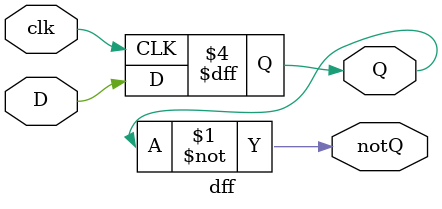
<source format=v>
module dff(
    input D,
    input clk,
    output reg Q,
    output notQ
    );
    initial Q = 0;
    assign notQ = ~Q;
    always @(posedge clk) begin
        Q <= D;
    end
    
endmodule

</source>
